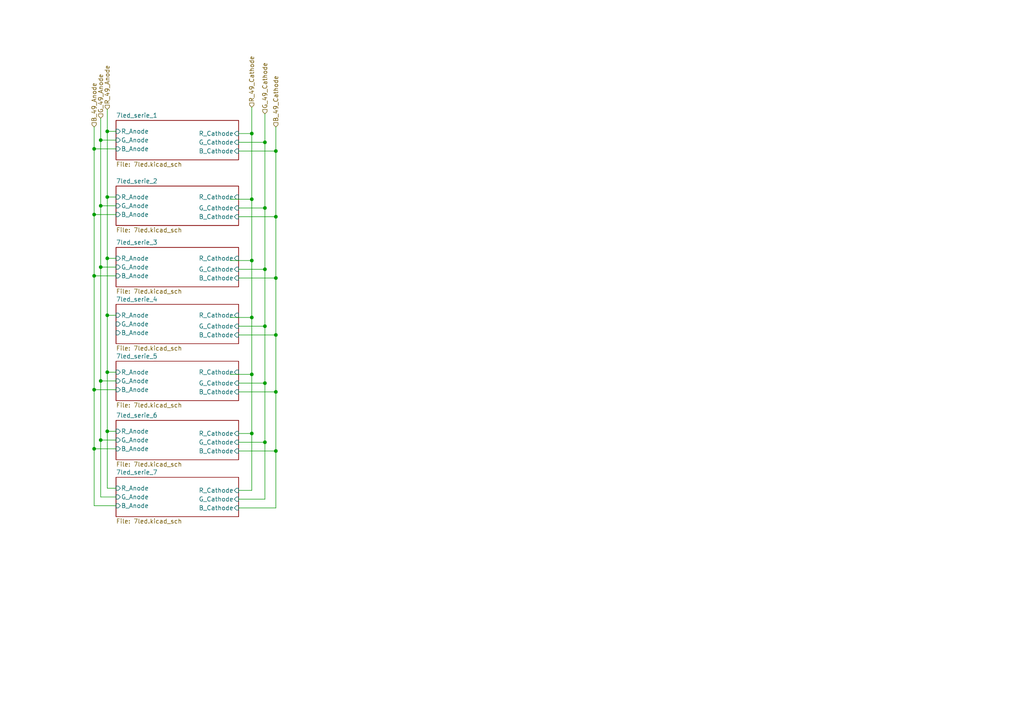
<source format=kicad_sch>
(kicad_sch
	(version 20250114)
	(generator "eeschema")
	(generator_version "9.0")
	(uuid "59d7f5b7-d8d1-4525-8623-7931f45222ae")
	(paper "A4")
	(lib_symbols)
	(junction
		(at 27.305 130.175)
		(diameter 0)
		(color 0 0 0 0)
		(uuid "090cb9f6-7c98-4bfa-9988-8a2c83642917")
	)
	(junction
		(at 29.21 77.47)
		(diameter 0)
		(color 0 0 0 0)
		(uuid "12ab0007-fb70-4369-bbab-502f6c459e0e")
	)
	(junction
		(at 73.025 38.735)
		(diameter 0)
		(color 0 0 0 0)
		(uuid "1eecc7c2-ee4f-4300-8cf5-06cad2456c6e")
	)
	(junction
		(at 31.115 91.44)
		(diameter 0)
		(color 0 0 0 0)
		(uuid "2951c8a8-d35f-4746-b103-4f84719c78e1")
	)
	(junction
		(at 73.025 75.565)
		(diameter 0)
		(color 0 0 0 0)
		(uuid "3369f1d3-a760-4542-9b0d-90a1d7862ced")
	)
	(junction
		(at 29.21 127.635)
		(diameter 0)
		(color 0 0 0 0)
		(uuid "4c4a3e08-1adb-4531-a361-653f9bd57e76")
	)
	(junction
		(at 76.835 41.275)
		(diameter 0)
		(color 0 0 0 0)
		(uuid "4da50818-0402-4871-882a-28216abd2ade")
	)
	(junction
		(at 76.835 111.125)
		(diameter 0)
		(color 0 0 0 0)
		(uuid "5446f2d4-61a8-445b-9a66-48b197a26cc9")
	)
	(junction
		(at 29.21 59.69)
		(diameter 0)
		(color 0 0 0 0)
		(uuid "5d5df886-24c2-4983-915a-571e284db3d5")
	)
	(junction
		(at 80.01 113.665)
		(diameter 0)
		(color 0 0 0 0)
		(uuid "5ebf21ea-1a95-4831-a5e2-0bf7981ff044")
	)
	(junction
		(at 76.835 60.325)
		(diameter 0)
		(color 0 0 0 0)
		(uuid "68264aa8-ed41-44e3-ace8-4e58d1760954")
	)
	(junction
		(at 76.835 94.615)
		(diameter 0)
		(color 0 0 0 0)
		(uuid "710fa82b-0ec1-4b75-932b-f0792b0bf152")
	)
	(junction
		(at 80.01 97.155)
		(diameter 0)
		(color 0 0 0 0)
		(uuid "7df08234-5163-493a-8d2d-ae564aa02c9c")
	)
	(junction
		(at 80.01 62.865)
		(diameter 0)
		(color 0 0 0 0)
		(uuid "81e457de-b7df-4b69-bf1f-3c03bf3667b2")
	)
	(junction
		(at 31.115 107.95)
		(diameter 0)
		(color 0 0 0 0)
		(uuid "83b767a7-4069-40be-b637-918512956bf9")
	)
	(junction
		(at 80.01 80.645)
		(diameter 0)
		(color 0 0 0 0)
		(uuid "845494fd-1c86-45b9-8d65-973c3a74bec4")
	)
	(junction
		(at 27.305 62.23)
		(diameter 0)
		(color 0 0 0 0)
		(uuid "9b7ffb37-76cc-4115-85d4-43438fd1fa9f")
	)
	(junction
		(at 31.115 125.095)
		(diameter 0)
		(color 0 0 0 0)
		(uuid "9cf9613f-e7d1-48a5-b975-f4ebcf072912")
	)
	(junction
		(at 73.025 108.585)
		(diameter 0)
		(color 0 0 0 0)
		(uuid "a0b4ae31-09a2-4cf8-bb26-478d84ec45fb")
	)
	(junction
		(at 31.115 74.93)
		(diameter 0)
		(color 0 0 0 0)
		(uuid "a972eeb2-11d0-448e-b701-89a947ce174c")
	)
	(junction
		(at 31.115 38.1)
		(diameter 0)
		(color 0 0 0 0)
		(uuid "ab9701fd-8cd2-468f-8e7a-21386aacfaa5")
	)
	(junction
		(at 29.21 110.49)
		(diameter 0)
		(color 0 0 0 0)
		(uuid "b3db0c64-8677-4f9e-a370-34ae131b1cfc")
	)
	(junction
		(at 27.305 80.01)
		(diameter 0)
		(color 0 0 0 0)
		(uuid "b5f5c4ed-d5ae-4fc1-ac31-1a149eca2511")
	)
	(junction
		(at 27.305 43.18)
		(diameter 0)
		(color 0 0 0 0)
		(uuid "b825e5e0-9cd8-44f9-b291-f132f974a2de")
	)
	(junction
		(at 80.01 43.815)
		(diameter 0)
		(color 0 0 0 0)
		(uuid "b93571c4-b703-4491-8b21-6117e54a1582")
	)
	(junction
		(at 80.01 130.81)
		(diameter 0)
		(color 0 0 0 0)
		(uuid "b9b84ad4-3191-44de-9300-f9c14c46d392")
	)
	(junction
		(at 76.835 128.27)
		(diameter 0)
		(color 0 0 0 0)
		(uuid "bf0d99f8-1922-4258-a6e1-6b4094e94885")
	)
	(junction
		(at 73.025 92.075)
		(diameter 0)
		(color 0 0 0 0)
		(uuid "c160c664-a3e8-4fd6-ada2-b47acd26a7f4")
	)
	(junction
		(at 76.835 78.105)
		(diameter 0)
		(color 0 0 0 0)
		(uuid "d794975c-a1bf-49ff-9e50-d991c439a60f")
	)
	(junction
		(at 27.305 113.03)
		(diameter 0)
		(color 0 0 0 0)
		(uuid "e3bd24a4-077d-4999-8f6b-16fda2b92ce1")
	)
	(junction
		(at 31.115 57.15)
		(diameter 0)
		(color 0 0 0 0)
		(uuid "e6802bbb-b500-4b02-bdc2-252d470089fb")
	)
	(junction
		(at 73.025 57.785)
		(diameter 0)
		(color 0 0 0 0)
		(uuid "ed584662-f84d-4a16-9624-caca5a29fb73")
	)
	(junction
		(at 29.21 40.64)
		(diameter 0)
		(color 0 0 0 0)
		(uuid "f7291b7f-9db7-41e8-8ecb-8d2e782d677e")
	)
	(junction
		(at 73.025 125.73)
		(diameter 0)
		(color 0 0 0 0)
		(uuid "fd5eacd8-0009-488a-9f0f-bf6f93c3f609")
	)
	(wire
		(pts
			(xy 80.01 113.665) (xy 80.01 130.81)
		)
		(stroke
			(width 0)
			(type default)
		)
		(uuid "002e12d4-cd0b-42d0-bf3d-348238b43a47")
	)
	(wire
		(pts
			(xy 29.21 40.64) (xy 33.655 40.64)
		)
		(stroke
			(width 0)
			(type default)
		)
		(uuid "0044cc17-87a2-4f0a-b25b-a890fa59ffa6")
	)
	(wire
		(pts
			(xy 31.115 107.95) (xy 31.115 125.095)
		)
		(stroke
			(width 0)
			(type default)
		)
		(uuid "00d4f05e-8684-45c2-80f0-f827fd207b36")
	)
	(wire
		(pts
			(xy 73.025 108.585) (xy 66.675 108.585)
		)
		(stroke
			(width 0)
			(type default)
		)
		(uuid "02756603-3ee1-4f8f-8f2f-61841fb3e10f")
	)
	(wire
		(pts
			(xy 73.025 125.73) (xy 73.025 142.24)
		)
		(stroke
			(width 0)
			(type default)
		)
		(uuid "03b57aa9-c163-4528-a31a-40ee05e52e36")
	)
	(wire
		(pts
			(xy 31.115 125.095) (xy 33.655 125.095)
		)
		(stroke
			(width 0)
			(type default)
		)
		(uuid "04c54948-888c-494e-b0ad-4bcc1cb27493")
	)
	(wire
		(pts
			(xy 69.215 144.78) (xy 76.835 144.78)
		)
		(stroke
			(width 0)
			(type default)
		)
		(uuid "08a577ff-893f-4dc1-a05b-4d7b207af68b")
	)
	(wire
		(pts
			(xy 31.115 31.75) (xy 31.115 38.1)
		)
		(stroke
			(width 0)
			(type default)
		)
		(uuid "0ad121ac-32ea-4052-b355-bda23a4aa34a")
	)
	(wire
		(pts
			(xy 33.655 62.23) (xy 27.305 62.23)
		)
		(stroke
			(width 0)
			(type default)
		)
		(uuid "0ee4df5c-cad0-4dfb-856d-dab290816c55")
	)
	(wire
		(pts
			(xy 73.025 57.785) (xy 73.025 75.565)
		)
		(stroke
			(width 0)
			(type default)
		)
		(uuid "10f7b65a-098d-4dbb-bbde-8c17df69fe99")
	)
	(wire
		(pts
			(xy 73.025 75.565) (xy 73.025 92.075)
		)
		(stroke
			(width 0)
			(type default)
		)
		(uuid "118be964-e1a2-4b9f-bc8d-04d908a0142c")
	)
	(wire
		(pts
			(xy 73.025 57.785) (xy 66.675 57.785)
		)
		(stroke
			(width 0)
			(type default)
		)
		(uuid "19ec78e2-c6b6-4dce-848f-d848a81fcd0c")
	)
	(wire
		(pts
			(xy 73.025 31.115) (xy 73.025 38.735)
		)
		(stroke
			(width 0)
			(type default)
		)
		(uuid "22ba041d-1a8e-40c7-b170-0d3e427a8c67")
	)
	(wire
		(pts
			(xy 76.835 128.27) (xy 76.835 144.78)
		)
		(stroke
			(width 0)
			(type default)
		)
		(uuid "23630970-2e6f-4e79-89fa-7d0bed64f484")
	)
	(wire
		(pts
			(xy 31.115 91.44) (xy 31.115 107.95)
		)
		(stroke
			(width 0)
			(type default)
		)
		(uuid "272dccba-cf6a-4e57-bb28-faafe1971989")
	)
	(wire
		(pts
			(xy 73.025 108.585) (xy 73.025 125.73)
		)
		(stroke
			(width 0)
			(type default)
		)
		(uuid "296af2f5-9d7b-4cb2-ba14-08931c797d90")
	)
	(wire
		(pts
			(xy 69.215 125.73) (xy 73.025 125.73)
		)
		(stroke
			(width 0)
			(type default)
		)
		(uuid "2abe4296-5727-4123-9c70-cf6bc07d93b7")
	)
	(wire
		(pts
			(xy 80.01 62.865) (xy 80.01 80.645)
		)
		(stroke
			(width 0)
			(type default)
		)
		(uuid "2c21c101-c689-43b7-ac56-094b156acfd4")
	)
	(wire
		(pts
			(xy 27.305 43.18) (xy 27.305 62.23)
		)
		(stroke
			(width 0)
			(type default)
		)
		(uuid "2d703e29-556d-483e-940f-279993386319")
	)
	(wire
		(pts
			(xy 29.21 127.635) (xy 33.655 127.635)
		)
		(stroke
			(width 0)
			(type default)
		)
		(uuid "3ad7a43b-eecb-4cba-b077-c33acb26a68a")
	)
	(wire
		(pts
			(xy 69.215 78.105) (xy 76.835 78.105)
		)
		(stroke
			(width 0)
			(type default)
		)
		(uuid "3f1e3c4d-88b4-4272-b6ee-0b54787082dc")
	)
	(wire
		(pts
			(xy 80.01 97.155) (xy 80.01 113.665)
		)
		(stroke
			(width 0)
			(type default)
		)
		(uuid "42ca84a4-d363-439b-8455-9c1a748c7665")
	)
	(wire
		(pts
			(xy 27.305 130.175) (xy 33.655 130.175)
		)
		(stroke
			(width 0)
			(type default)
		)
		(uuid "450824c6-d71d-4f10-8c8c-dad8ba19c5e8")
	)
	(wire
		(pts
			(xy 29.21 144.145) (xy 33.655 144.145)
		)
		(stroke
			(width 0)
			(type default)
		)
		(uuid "48ea6e4e-1f09-4e52-9172-5bbf1000fe2e")
	)
	(wire
		(pts
			(xy 31.115 91.44) (xy 33.655 91.44)
		)
		(stroke
			(width 0)
			(type default)
		)
		(uuid "49b16d77-d584-43ef-8474-3f48b8d3e731")
	)
	(wire
		(pts
			(xy 69.215 60.325) (xy 76.835 60.325)
		)
		(stroke
			(width 0)
			(type default)
		)
		(uuid "50e2b775-e47e-4eff-aaad-5907f73c1c9a")
	)
	(wire
		(pts
			(xy 31.115 57.15) (xy 33.655 57.15)
		)
		(stroke
			(width 0)
			(type default)
		)
		(uuid "510c8fce-4850-4d15-a93c-2ef831247a1b")
	)
	(wire
		(pts
			(xy 31.115 57.15) (xy 31.115 74.93)
		)
		(stroke
			(width 0)
			(type default)
		)
		(uuid "5417a65b-a4c6-4493-b2bb-5debf2e2fea9")
	)
	(wire
		(pts
			(xy 27.305 43.18) (xy 33.655 43.18)
		)
		(stroke
			(width 0)
			(type default)
		)
		(uuid "5ecd2831-ac3e-4628-8698-7ef956440c9b")
	)
	(wire
		(pts
			(xy 29.21 110.49) (xy 33.655 110.49)
		)
		(stroke
			(width 0)
			(type default)
		)
		(uuid "602e5d76-57f4-4f7a-b72b-b32b0b20045f")
	)
	(wire
		(pts
			(xy 29.21 40.64) (xy 29.21 59.69)
		)
		(stroke
			(width 0)
			(type default)
		)
		(uuid "65e982d0-4d7f-4a6b-a58a-c37ed17caca1")
	)
	(wire
		(pts
			(xy 80.01 80.645) (xy 80.01 97.155)
		)
		(stroke
			(width 0)
			(type default)
		)
		(uuid "6cf5c0e3-ecc2-4f51-8291-2477a9c35078")
	)
	(wire
		(pts
			(xy 27.305 36.83) (xy 27.305 43.18)
		)
		(stroke
			(width 0)
			(type default)
		)
		(uuid "6e08f2b9-91b6-43d5-af90-bcad2115e90f")
	)
	(wire
		(pts
			(xy 76.835 33.02) (xy 76.835 41.275)
		)
		(stroke
			(width 0)
			(type default)
		)
		(uuid "6ebf5db6-8c36-4d7d-922b-bbf6abf81ef3")
	)
	(wire
		(pts
			(xy 29.21 34.29) (xy 29.21 40.64)
		)
		(stroke
			(width 0)
			(type default)
		)
		(uuid "6fe91412-5154-48cc-95c1-752aa978ab04")
	)
	(wire
		(pts
			(xy 33.655 80.01) (xy 27.305 80.01)
		)
		(stroke
			(width 0)
			(type default)
		)
		(uuid "7083f188-1cc8-49a4-af54-ee8444dc4e25")
	)
	(wire
		(pts
			(xy 73.025 92.075) (xy 66.675 92.075)
		)
		(stroke
			(width 0)
			(type default)
		)
		(uuid "827072e5-71b1-4d9f-8277-1f3a9a14765a")
	)
	(wire
		(pts
			(xy 29.21 59.69) (xy 29.21 77.47)
		)
		(stroke
			(width 0)
			(type default)
		)
		(uuid "8ed1adb0-0860-4961-8cf4-85e07a26b034")
	)
	(wire
		(pts
			(xy 73.025 92.075) (xy 73.025 108.585)
		)
		(stroke
			(width 0)
			(type default)
		)
		(uuid "90ddd4ba-d028-48bf-906d-5a353ff26d24")
	)
	(wire
		(pts
			(xy 69.215 128.27) (xy 76.835 128.27)
		)
		(stroke
			(width 0)
			(type default)
		)
		(uuid "95b361f7-aae8-430a-9801-e5ed81fd4074")
	)
	(wire
		(pts
			(xy 69.215 111.125) (xy 76.835 111.125)
		)
		(stroke
			(width 0)
			(type default)
		)
		(uuid "9ad74cce-c21e-4d2a-8411-478a0a6dd1fb")
	)
	(wire
		(pts
			(xy 31.115 74.93) (xy 31.115 91.44)
		)
		(stroke
			(width 0)
			(type default)
		)
		(uuid "9bfb8024-c84d-4a63-9afd-1220bc2af662")
	)
	(wire
		(pts
			(xy 27.305 113.03) (xy 27.305 130.175)
		)
		(stroke
			(width 0)
			(type default)
		)
		(uuid "9e233ba0-a15b-42cf-bf7b-eaf9ef2dc642")
	)
	(wire
		(pts
			(xy 76.835 94.615) (xy 76.835 111.125)
		)
		(stroke
			(width 0)
			(type default)
		)
		(uuid "a9ed5771-f98a-4257-8413-6713b40167f2")
	)
	(wire
		(pts
			(xy 33.655 38.1) (xy 31.115 38.1)
		)
		(stroke
			(width 0)
			(type default)
		)
		(uuid "acdb41dc-fc8b-4f0c-9f1e-4a5763cf54f8")
	)
	(wire
		(pts
			(xy 69.215 62.865) (xy 80.01 62.865)
		)
		(stroke
			(width 0)
			(type default)
		)
		(uuid "ad0ead80-3202-47bc-b60a-a7af2eb735e4")
	)
	(wire
		(pts
			(xy 73.025 38.735) (xy 73.025 57.785)
		)
		(stroke
			(width 0)
			(type default)
		)
		(uuid "b36f2f66-4098-4f79-bd6f-9d56b533ea1a")
	)
	(wire
		(pts
			(xy 33.655 77.47) (xy 29.21 77.47)
		)
		(stroke
			(width 0)
			(type default)
		)
		(uuid "b8f1fb4e-283a-4f13-b490-f3df48894279")
	)
	(wire
		(pts
			(xy 69.215 41.275) (xy 76.835 41.275)
		)
		(stroke
			(width 0)
			(type default)
		)
		(uuid "b930c7af-0f9b-4c35-9d97-d44377fe12de")
	)
	(wire
		(pts
			(xy 27.305 130.175) (xy 27.305 146.685)
		)
		(stroke
			(width 0)
			(type default)
		)
		(uuid "bac6aead-c175-455b-9884-40271676ecaa")
	)
	(wire
		(pts
			(xy 76.835 78.105) (xy 76.835 94.615)
		)
		(stroke
			(width 0)
			(type default)
		)
		(uuid "bf2258bf-ad27-4f3f-85dc-f9a8f426811f")
	)
	(wire
		(pts
			(xy 76.835 111.125) (xy 76.835 128.27)
		)
		(stroke
			(width 0)
			(type default)
		)
		(uuid "bfd2cbe6-7389-4db3-8c52-7e6146587fa3")
	)
	(wire
		(pts
			(xy 29.21 127.635) (xy 29.21 144.145)
		)
		(stroke
			(width 0)
			(type default)
		)
		(uuid "c0b64d6f-4001-4877-b554-d5460ac1a0ca")
	)
	(wire
		(pts
			(xy 76.835 60.325) (xy 76.835 78.105)
		)
		(stroke
			(width 0)
			(type default)
		)
		(uuid "c0d4c0fc-6f47-47e8-ab15-1553b29b2bf2")
	)
	(wire
		(pts
			(xy 69.215 43.815) (xy 80.01 43.815)
		)
		(stroke
			(width 0)
			(type default)
		)
		(uuid "c13579c5-5772-455d-b277-dcbb36547f4e")
	)
	(wire
		(pts
			(xy 69.215 97.155) (xy 80.01 97.155)
		)
		(stroke
			(width 0)
			(type default)
		)
		(uuid "c1369263-497d-4203-a7f6-55ae928a0e96")
	)
	(wire
		(pts
			(xy 31.115 74.93) (xy 33.655 74.93)
		)
		(stroke
			(width 0)
			(type default)
		)
		(uuid "c1770b6b-e73c-4a96-be3b-7186b867dd9c")
	)
	(wire
		(pts
			(xy 76.835 41.275) (xy 76.835 60.325)
		)
		(stroke
			(width 0)
			(type default)
		)
		(uuid "c1c75e5b-c4dc-4f7d-8ab5-542e8a6146d0")
	)
	(wire
		(pts
			(xy 69.215 80.645) (xy 80.01 80.645)
		)
		(stroke
			(width 0)
			(type default)
		)
		(uuid "c2131333-567a-459a-aa69-01490406170f")
	)
	(wire
		(pts
			(xy 69.215 38.735) (xy 73.025 38.735)
		)
		(stroke
			(width 0)
			(type default)
		)
		(uuid "c54a2265-9f41-4c6a-b326-dc65f8f06212")
	)
	(wire
		(pts
			(xy 27.305 80.01) (xy 27.305 113.03)
		)
		(stroke
			(width 0)
			(type default)
		)
		(uuid "c5fe5bf7-adcc-4af8-811e-bc14552a045f")
	)
	(wire
		(pts
			(xy 33.655 113.03) (xy 27.305 113.03)
		)
		(stroke
			(width 0)
			(type default)
		)
		(uuid "cd37286a-4e85-4a14-b49f-c5aeddf7088f")
	)
	(wire
		(pts
			(xy 69.215 147.32) (xy 80.01 147.32)
		)
		(stroke
			(width 0)
			(type default)
		)
		(uuid "cdd90548-682a-485b-97ef-98c4673d455e")
	)
	(wire
		(pts
			(xy 27.305 146.685) (xy 33.655 146.685)
		)
		(stroke
			(width 0)
			(type default)
		)
		(uuid "d00b16a2-58c5-4332-a25a-0a52c0671b4a")
	)
	(wire
		(pts
			(xy 80.01 43.815) (xy 80.01 62.865)
		)
		(stroke
			(width 0)
			(type default)
		)
		(uuid "d9f7a236-2342-44b8-8f55-fa3bf84dac4c")
	)
	(wire
		(pts
			(xy 69.215 130.81) (xy 80.01 130.81)
		)
		(stroke
			(width 0)
			(type default)
		)
		(uuid "dba6807b-0bc2-481a-8bac-1652130703c1")
	)
	(wire
		(pts
			(xy 29.21 77.47) (xy 29.21 110.49)
		)
		(stroke
			(width 0)
			(type default)
		)
		(uuid "dc2b8950-1987-4319-b00d-0e55518d4942")
	)
	(wire
		(pts
			(xy 80.01 130.81) (xy 80.01 147.32)
		)
		(stroke
			(width 0)
			(type default)
		)
		(uuid "e101f726-2b0b-4b18-9584-174feb7789bc")
	)
	(wire
		(pts
			(xy 27.305 62.23) (xy 27.305 80.01)
		)
		(stroke
			(width 0)
			(type default)
		)
		(uuid "e3cd97fe-fe8e-413d-8da3-49861a58607a")
	)
	(wire
		(pts
			(xy 31.115 125.095) (xy 31.115 141.605)
		)
		(stroke
			(width 0)
			(type default)
		)
		(uuid "e6920e03-89a9-4a4a-a210-bed9a96acc97")
	)
	(wire
		(pts
			(xy 73.025 75.565) (xy 66.675 75.565)
		)
		(stroke
			(width 0)
			(type default)
		)
		(uuid "e87be479-875d-452f-ba39-846cc4eeb49b")
	)
	(wire
		(pts
			(xy 31.115 38.1) (xy 31.115 57.15)
		)
		(stroke
			(width 0)
			(type default)
		)
		(uuid "eaa2f98f-2f49-4a02-9475-199c3930e00c")
	)
	(wire
		(pts
			(xy 31.115 141.605) (xy 33.655 141.605)
		)
		(stroke
			(width 0)
			(type default)
		)
		(uuid "ed4760b4-985e-4385-a30d-4c92a1ccc268")
	)
	(wire
		(pts
			(xy 31.115 107.95) (xy 33.655 107.95)
		)
		(stroke
			(width 0)
			(type default)
		)
		(uuid "ee32c34b-7bfa-417c-af01-cc2cc5ab007c")
	)
	(wire
		(pts
			(xy 33.655 59.69) (xy 29.21 59.69)
		)
		(stroke
			(width 0)
			(type default)
		)
		(uuid "eedac98f-e15e-44f4-b0bc-cfe62b0812f8")
	)
	(wire
		(pts
			(xy 69.215 113.665) (xy 80.01 113.665)
		)
		(stroke
			(width 0)
			(type default)
		)
		(uuid "ef0474aa-e7a3-4a09-9e05-06ec3f9d0e66")
	)
	(wire
		(pts
			(xy 69.215 94.615) (xy 76.835 94.615)
		)
		(stroke
			(width 0)
			(type default)
		)
		(uuid "f04ce30a-0fb1-4e75-939e-3abe4f762724")
	)
	(wire
		(pts
			(xy 80.01 36.83) (xy 80.01 43.815)
		)
		(stroke
			(width 0)
			(type default)
		)
		(uuid "f11270f7-844e-4e52-b08e-6ac1a0802744")
	)
	(wire
		(pts
			(xy 29.21 110.49) (xy 29.21 127.635)
		)
		(stroke
			(width 0)
			(type default)
		)
		(uuid "f1ec4be6-42a5-49ad-8921-26b429c0f7fb")
	)
	(wire
		(pts
			(xy 69.215 142.24) (xy 73.025 142.24)
		)
		(stroke
			(width 0)
			(type default)
		)
		(uuid "f3e54e49-d69d-4cf3-9431-c6e3f02a1529")
	)
	(hierarchical_label "B_49_Anode"
		(shape input)
		(at 27.305 36.83 90)
		(effects
			(font
				(size 1.27 1.27)
			)
			(justify left)
		)
		(uuid "0bf7b945-a603-4b1a-8277-22957d43dc0b")
	)
	(hierarchical_label "R_49_Anode"
		(shape input)
		(at 31.115 31.75 90)
		(effects
			(font
				(size 1.27 1.27)
			)
			(justify left)
		)
		(uuid "0f47bc7d-f954-4139-9e45-83e8aed6dee2")
	)
	(hierarchical_label "B_49_Cathode"
		(shape input)
		(at 80.01 36.83 90)
		(effects
			(font
				(size 1.27 1.27)
			)
			(justify left)
		)
		(uuid "2efa87ae-f167-4707-9f1c-98bbb75b5e10")
	)
	(hierarchical_label "G_49_Cathode"
		(shape input)
		(at 76.835 33.02 90)
		(effects
			(font
				(size 1.27 1.27)
			)
			(justify left)
		)
		(uuid "75279c74-286d-42d0-9921-0c637d8e6ec0")
	)
	(hierarchical_label "R_49_Cathode"
		(shape input)
		(at 73.025 31.115 90)
		(effects
			(font
				(size 1.27 1.27)
			)
			(justify left)
		)
		(uuid "7ef2dd49-ee82-4666-b7fc-009cda0446b1")
	)
	(hierarchical_label "G_49_Anode"
		(shape input)
		(at 29.21 34.29 90)
		(effects
			(font
				(size 1.27 1.27)
			)
			(justify left)
		)
		(uuid "882af444-bb7e-43bf-affc-28dc1ccb64f3")
	)
	(sheet
		(at 33.655 104.775)
		(size 35.56 11.43)
		(exclude_from_sim no)
		(in_bom yes)
		(on_board yes)
		(dnp no)
		(fields_autoplaced yes)
		(stroke
			(width 0.1524)
			(type solid)
		)
		(fill
			(color 0 0 0 0.0000)
		)
		(uuid "29aedae2-5e60-4017-9451-b927c43c2372")
		(property "Sheetname" "7led_serie_5"
			(at 33.655 104.0634 0)
			(effects
				(font
					(size 1.27 1.27)
				)
				(justify left bottom)
			)
		)
		(property "Sheetfile" "7led.kicad_sch"
			(at 33.655 116.7896 0)
			(effects
				(font
					(size 1.27 1.27)
				)
				(justify left top)
			)
		)
		(pin "B_Anode" input
			(at 33.655 113.03 180)
			(uuid "a5a0e36d-1c69-479d-8d87-7d164fb57b47")
			(effects
				(font
					(size 1.27 1.27)
				)
				(justify left)
			)
		)
		(pin "B_Cathode" input
			(at 69.215 113.665 0)
			(uuid "5a41510c-0488-4d07-a98d-c3d2a8ef79a5")
			(effects
				(font
					(size 1.27 1.27)
				)
				(justify right)
			)
		)
		(pin "G_Anode" input
			(at 33.655 110.49 180)
			(uuid "4516edc0-82df-40ae-b3c5-6a0d5eaa0361")
			(effects
				(font
					(size 1.27 1.27)
				)
				(justify left)
			)
		)
		(pin "G_Cathode" input
			(at 69.215 111.125 0)
			(uuid "b5659519-a036-4ad9-9884-7350bbe72276")
			(effects
				(font
					(size 1.27 1.27)
				)
				(justify right)
			)
		)
		(pin "R_Anode" input
			(at 33.655 107.95 180)
			(uuid "8d1963b8-7b58-4f91-883a-3c9ab8a4af6f")
			(effects
				(font
					(size 1.27 1.27)
				)
				(justify left)
			)
		)
		(pin "R_Cathode" input
			(at 69.215 107.95 0)
			(uuid "bf34a853-a839-4e9b-8a26-365cb2f7ae57")
			(effects
				(font
					(size 1.27 1.27)
				)
				(justify right)
			)
		)
		(instances
			(project "Projet_elec"
				(path "/dfa00354-f9a5-42a1-9e70-1a18b6c2ad9a/93cc850d-0597-4e9c-bfa1-45ee0cb8f793/65753c4c-5183-4c6a-803b-ae0cfb108c1d"
					(page "7")
				)
				(path "/dfa00354-f9a5-42a1-9e70-1a18b6c2ad9a/cd432545-6c8a-488b-8408-878f6a39660f/65753c4c-5183-4c6a-803b-ae0cfb108c1d"
					(page "16")
				)
			)
		)
	)
	(sheet
		(at 33.655 34.925)
		(size 35.56 11.43)
		(exclude_from_sim no)
		(in_bom yes)
		(on_board yes)
		(dnp no)
		(fields_autoplaced yes)
		(stroke
			(width 0.1524)
			(type solid)
		)
		(fill
			(color 0 0 0 0.0000)
		)
		(uuid "3193d4e9-939a-4fff-943b-ba3a34c7483e")
		(property "Sheetname" "7led_serie_1"
			(at 33.655 34.2134 0)
			(effects
				(font
					(size 1.27 1.27)
				)
				(justify left bottom)
			)
		)
		(property "Sheetfile" "7led.kicad_sch"
			(at 33.655 46.9396 0)
			(effects
				(font
					(size 1.27 1.27)
				)
				(justify left top)
			)
		)
		(pin "B_Anode" input
			(at 33.655 43.18 180)
			(uuid "6fb6f7bd-205a-43e3-897c-f0c41f47570a")
			(effects
				(font
					(size 1.27 1.27)
				)
				(justify left)
			)
		)
		(pin "B_Cathode" input
			(at 69.215 43.815 0)
			(uuid "9ed67afa-d4fc-4918-af2f-a0af8e305c28")
			(effects
				(font
					(size 1.27 1.27)
				)
				(justify right)
			)
		)
		(pin "G_Anode" input
			(at 33.655 40.64 180)
			(uuid "bc8ff6c3-0119-4880-a5c9-860a15275332")
			(effects
				(font
					(size 1.27 1.27)
				)
				(justify left)
			)
		)
		(pin "G_Cathode" input
			(at 69.215 41.275 0)
			(uuid "a966ae31-3471-4832-b40f-310024375bdd")
			(effects
				(font
					(size 1.27 1.27)
				)
				(justify right)
			)
		)
		(pin "R_Anode" input
			(at 33.655 38.1 180)
			(uuid "e920aeec-362f-4d61-a04d-b17e8470cd62")
			(effects
				(font
					(size 1.27 1.27)
				)
				(justify left)
			)
		)
		(pin "R_Cathode" input
			(at 69.215 38.735 0)
			(uuid "97816c60-658b-4e12-a7d2-d998566cb58b")
			(effects
				(font
					(size 1.27 1.27)
				)
				(justify right)
			)
		)
		(instances
			(project "Projet_elec"
				(path "/dfa00354-f9a5-42a1-9e70-1a18b6c2ad9a/93cc850d-0597-4e9c-bfa1-45ee0cb8f793/65753c4c-5183-4c6a-803b-ae0cfb108c1d"
					(page "3")
				)
				(path "/dfa00354-f9a5-42a1-9e70-1a18b6c2ad9a/cd432545-6c8a-488b-8408-878f6a39660f/65753c4c-5183-4c6a-803b-ae0cfb108c1d"
					(page "14")
				)
			)
		)
	)
	(sheet
		(at 33.655 53.975)
		(size 35.56 11.43)
		(exclude_from_sim no)
		(in_bom yes)
		(on_board yes)
		(dnp no)
		(fields_autoplaced yes)
		(stroke
			(width 0.1524)
			(type solid)
		)
		(fill
			(color 0 0 0 0.0000)
		)
		(uuid "9da72763-cb3f-4df3-ba22-62e23ed44205")
		(property "Sheetname" "7led_serie_2"
			(at 33.655 53.2634 0)
			(effects
				(font
					(size 1.27 1.27)
				)
				(justify left bottom)
			)
		)
		(property "Sheetfile" "7led.kicad_sch"
			(at 33.655 65.9896 0)
			(effects
				(font
					(size 1.27 1.27)
				)
				(justify left top)
			)
		)
		(pin "B_Anode" input
			(at 33.655 62.23 180)
			(uuid "1b6e792f-b5c4-443c-8a0a-ef0e5f8c7417")
			(effects
				(font
					(size 1.27 1.27)
				)
				(justify left)
			)
		)
		(pin "B_Cathode" input
			(at 69.215 62.865 0)
			(uuid "31bbd9a7-4747-425d-bb8a-7d62feb2ca4d")
			(effects
				(font
					(size 1.27 1.27)
				)
				(justify right)
			)
		)
		(pin "G_Anode" input
			(at 33.655 59.69 180)
			(uuid "db44a0ac-bf77-459b-9c0a-e8415ce4c325")
			(effects
				(font
					(size 1.27 1.27)
				)
				(justify left)
			)
		)
		(pin "G_Cathode" input
			(at 69.215 60.325 0)
			(uuid "9f0a8257-7b7c-4ef6-96fe-94c0fee9d411")
			(effects
				(font
					(size 1.27 1.27)
				)
				(justify right)
			)
		)
		(pin "R_Anode" input
			(at 33.655 57.15 180)
			(uuid "fc5a7a92-1c8e-448a-bb27-174883ef50d7")
			(effects
				(font
					(size 1.27 1.27)
				)
				(justify left)
			)
		)
		(pin "R_Cathode" input
			(at 69.215 57.15 0)
			(uuid "b3104e32-bd6a-43c0-87d9-c6d65bbeb7ea")
			(effects
				(font
					(size 1.27 1.27)
				)
				(justify right)
			)
		)
		(instances
			(project "Projet_elec"
				(path "/dfa00354-f9a5-42a1-9e70-1a18b6c2ad9a/93cc850d-0597-4e9c-bfa1-45ee0cb8f793/65753c4c-5183-4c6a-803b-ae0cfb108c1d"
					(page "4")
				)
				(path "/dfa00354-f9a5-42a1-9e70-1a18b6c2ad9a/cd432545-6c8a-488b-8408-878f6a39660f/65753c4c-5183-4c6a-803b-ae0cfb108c1d"
					(page "15")
				)
			)
		)
	)
	(sheet
		(at 33.655 121.92)
		(size 35.56 11.43)
		(exclude_from_sim no)
		(in_bom yes)
		(on_board yes)
		(dnp no)
		(fields_autoplaced yes)
		(stroke
			(width 0.1524)
			(type solid)
		)
		(fill
			(color 0 0 0 0.0000)
		)
		(uuid "bf4c2949-592b-40db-b399-b7e60db090b7")
		(property "Sheetname" "7led_serie_6"
			(at 33.655 121.2084 0)
			(effects
				(font
					(size 1.27 1.27)
				)
				(justify left bottom)
			)
		)
		(property "Sheetfile" "7led.kicad_sch"
			(at 33.655 133.9346 0)
			(effects
				(font
					(size 1.27 1.27)
				)
				(justify left top)
			)
		)
		(pin "B_Anode" input
			(at 33.655 130.175 180)
			(uuid "21396fef-022f-49ab-a152-be96f5416bdb")
			(effects
				(font
					(size 1.27 1.27)
				)
				(justify left)
			)
		)
		(pin "B_Cathode" input
			(at 69.215 130.81 0)
			(uuid "09887753-6b6c-4afc-bc59-8ed2bd306c45")
			(effects
				(font
					(size 1.27 1.27)
				)
				(justify right)
			)
		)
		(pin "G_Anode" input
			(at 33.655 127.635 180)
			(uuid "1d162e24-92c0-42c3-a686-0cf60e3c7f11")
			(effects
				(font
					(size 1.27 1.27)
				)
				(justify left)
			)
		)
		(pin "G_Cathode" input
			(at 69.215 128.27 0)
			(uuid "4bbb4a04-c679-412c-9e59-48255ab4ff0b")
			(effects
				(font
					(size 1.27 1.27)
				)
				(justify right)
			)
		)
		(pin "R_Anode" input
			(at 33.655 125.095 180)
			(uuid "9558ae4a-20d1-470f-b320-3677f89c70b4")
			(effects
				(font
					(size 1.27 1.27)
				)
				(justify left)
			)
		)
		(pin "R_Cathode" input
			(at 69.215 125.73 0)
			(uuid "1299daf2-1217-415b-bee6-757e36f7439a")
			(effects
				(font
					(size 1.27 1.27)
				)
				(justify right)
			)
		)
		(instances
			(project "Projet_elec"
				(path "/dfa00354-f9a5-42a1-9e70-1a18b6c2ad9a/93cc850d-0597-4e9c-bfa1-45ee0cb8f793/65753c4c-5183-4c6a-803b-ae0cfb108c1d"
					(page "8")
				)
				(path "/dfa00354-f9a5-42a1-9e70-1a18b6c2ad9a/cd432545-6c8a-488b-8408-878f6a39660f/65753c4c-5183-4c6a-803b-ae0cfb108c1d"
					(page "12")
				)
			)
		)
	)
	(sheet
		(at 33.655 88.265)
		(size 35.56 11.43)
		(exclude_from_sim no)
		(in_bom yes)
		(on_board yes)
		(dnp no)
		(fields_autoplaced yes)
		(stroke
			(width 0.1524)
			(type solid)
		)
		(fill
			(color 0 0 0 0.0000)
		)
		(uuid "c7efbd60-564f-49fa-9380-bc9163c45498")
		(property "Sheetname" "7led_serie_4"
			(at 33.655 87.5534 0)
			(effects
				(font
					(size 1.27 1.27)
				)
				(justify left bottom)
			)
		)
		(property "Sheetfile" "7led.kicad_sch"
			(at 33.655 100.2796 0)
			(effects
				(font
					(size 1.27 1.27)
				)
				(justify left top)
			)
		)
		(pin "B_Anode" input
			(at 33.655 96.52 180)
			(uuid "8cdb9873-6e28-4239-9186-350094a7cf8d")
			(effects
				(font
					(size 1.27 1.27)
				)
				(justify left)
			)
		)
		(pin "B_Cathode" input
			(at 69.215 97.155 0)
			(uuid "7efbd538-f4fb-41e7-b7f2-7ef4dcd0aceb")
			(effects
				(font
					(size 1.27 1.27)
				)
				(justify right)
			)
		)
		(pin "G_Anode" input
			(at 33.655 93.98 180)
			(uuid "f0b4244d-1985-4ca8-91e6-3925b28efaa9")
			(effects
				(font
					(size 1.27 1.27)
				)
				(justify left)
			)
		)
		(pin "G_Cathode" input
			(at 69.215 94.615 0)
			(uuid "51530cef-cf37-4f58-b0f3-8747a0224fba")
			(effects
				(font
					(size 1.27 1.27)
				)
				(justify right)
			)
		)
		(pin "R_Anode" input
			(at 33.655 91.44 180)
			(uuid "928160a0-5022-446e-8287-40420eca5a03")
			(effects
				(font
					(size 1.27 1.27)
				)
				(justify left)
			)
		)
		(pin "R_Cathode" input
			(at 69.215 91.44 0)
			(uuid "9fb63572-f18c-4c94-a615-003a4bbcddb7")
			(effects
				(font
					(size 1.27 1.27)
				)
				(justify right)
			)
		)
		(instances
			(project "Projet_elec"
				(path "/dfa00354-f9a5-42a1-9e70-1a18b6c2ad9a/93cc850d-0597-4e9c-bfa1-45ee0cb8f793/65753c4c-5183-4c6a-803b-ae0cfb108c1d"
					(page "6")
				)
				(path "/dfa00354-f9a5-42a1-9e70-1a18b6c2ad9a/cd432545-6c8a-488b-8408-878f6a39660f/65753c4c-5183-4c6a-803b-ae0cfb108c1d"
					(page "17")
				)
			)
		)
	)
	(sheet
		(at 33.655 71.755)
		(size 35.56 11.43)
		(exclude_from_sim no)
		(in_bom yes)
		(on_board yes)
		(dnp no)
		(fields_autoplaced yes)
		(stroke
			(width 0.1524)
			(type solid)
		)
		(fill
			(color 0 0 0 0.0000)
		)
		(uuid "cc616a53-fa43-4249-b886-ef8d80548736")
		(property "Sheetname" "7led_serie_3"
			(at 33.655 71.0434 0)
			(effects
				(font
					(size 1.27 1.27)
				)
				(justify left bottom)
			)
		)
		(property "Sheetfile" "7led.kicad_sch"
			(at 33.655 83.7696 0)
			(effects
				(font
					(size 1.27 1.27)
				)
				(justify left top)
			)
		)
		(pin "B_Anode" input
			(at 33.655 80.01 180)
			(uuid "39380d54-8652-4a01-9729-555614bbc906")
			(effects
				(font
					(size 1.27 1.27)
				)
				(justify left)
			)
		)
		(pin "B_Cathode" input
			(at 69.215 80.645 0)
			(uuid "4f7860cd-e902-4215-913e-5b0ab433649d")
			(effects
				(font
					(size 1.27 1.27)
				)
				(justify right)
			)
		)
		(pin "G_Anode" input
			(at 33.655 77.47 180)
			(uuid "f9c7ef39-1622-4fbf-b865-6433576fe1c7")
			(effects
				(font
					(size 1.27 1.27)
				)
				(justify left)
			)
		)
		(pin "G_Cathode" input
			(at 69.215 78.105 0)
			(uuid "19d962f3-1ffd-4e93-83fc-ea72b265ee67")
			(effects
				(font
					(size 1.27 1.27)
				)
				(justify right)
			)
		)
		(pin "R_Anode" input
			(at 33.655 74.93 180)
			(uuid "6d715bb3-7a59-459a-8e3f-be11c0d782af")
			(effects
				(font
					(size 1.27 1.27)
				)
				(justify left)
			)
		)
		(pin "R_Cathode" input
			(at 69.215 74.93 0)
			(uuid "0bcf3295-1f20-447b-b6b8-92fd497a8fda")
			(effects
				(font
					(size 1.27 1.27)
				)
				(justify right)
			)
		)
		(instances
			(project "Projet_elec"
				(path "/dfa00354-f9a5-42a1-9e70-1a18b6c2ad9a/93cc850d-0597-4e9c-bfa1-45ee0cb8f793/65753c4c-5183-4c6a-803b-ae0cfb108c1d"
					(page "5")
				)
				(path "/dfa00354-f9a5-42a1-9e70-1a18b6c2ad9a/cd432545-6c8a-488b-8408-878f6a39660f/65753c4c-5183-4c6a-803b-ae0cfb108c1d"
					(page "18")
				)
			)
		)
	)
	(sheet
		(at 33.655 138.43)
		(size 35.56 11.43)
		(exclude_from_sim no)
		(in_bom yes)
		(on_board yes)
		(dnp no)
		(fields_autoplaced yes)
		(stroke
			(width 0.1524)
			(type solid)
		)
		(fill
			(color 0 0 0 0.0000)
		)
		(uuid "ebb8f1a6-154b-4b8d-9ce3-4e5458fd3ea3")
		(property "Sheetname" "7led_serie_7"
			(at 33.655 137.7184 0)
			(effects
				(font
					(size 1.27 1.27)
				)
				(justify left bottom)
			)
		)
		(property "Sheetfile" "7led.kicad_sch"
			(at 33.655 150.4446 0)
			(effects
				(font
					(size 1.27 1.27)
				)
				(justify left top)
			)
		)
		(pin "B_Anode" input
			(at 33.655 146.685 180)
			(uuid "1a2b3149-e7a2-461a-82bb-b8a04d9fc7c4")
			(effects
				(font
					(size 1.27 1.27)
				)
				(justify left)
			)
		)
		(pin "B_Cathode" input
			(at 69.215 147.32 0)
			(uuid "45097ef5-f1a6-490a-8138-87ae769e9c99")
			(effects
				(font
					(size 1.27 1.27)
				)
				(justify right)
			)
		)
		(pin "G_Anode" input
			(at 33.655 144.145 180)
			(uuid "fb2713aa-3343-445d-9fe4-dfe15bc13589")
			(effects
				(font
					(size 1.27 1.27)
				)
				(justify left)
			)
		)
		(pin "G_Cathode" input
			(at 69.215 144.78 0)
			(uuid "4c8bc47a-eede-43a2-a5ca-756b61f5937b")
			(effects
				(font
					(size 1.27 1.27)
				)
				(justify right)
			)
		)
		(pin "R_Anode" input
			(at 33.655 141.605 180)
			(uuid "75e3e524-fb7f-4a87-b14d-40dad394e7c2")
			(effects
				(font
					(size 1.27 1.27)
				)
				(justify left)
			)
		)
		(pin "R_Cathode" input
			(at 69.215 142.24 0)
			(uuid "7ba09af0-b322-4739-9bad-bebfa422a26a")
			(effects
				(font
					(size 1.27 1.27)
				)
				(justify right)
			)
		)
		(instances
			(project "Projet_elec"
				(path "/dfa00354-f9a5-42a1-9e70-1a18b6c2ad9a/93cc850d-0597-4e9c-bfa1-45ee0cb8f793/65753c4c-5183-4c6a-803b-ae0cfb108c1d"
					(page "9")
				)
				(path "/dfa00354-f9a5-42a1-9e70-1a18b6c2ad9a/cd432545-6c8a-488b-8408-878f6a39660f/65753c4c-5183-4c6a-803b-ae0cfb108c1d"
					(page "13")
				)
			)
		)
	)
)

</source>
